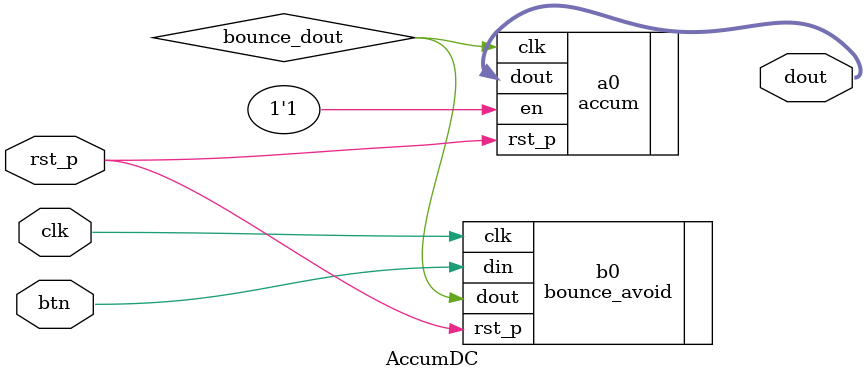
<source format=v>
module AccumDC(btn, clk, rst_p, dout);
parameter width  = 8;
input btn, clk, rst_p;
output [width-1:0]dout;
wire bounce_dout;

bounce_avoid b0(.din(btn),.clk(clk),.rst_p(rst_p),.dout(bounce_dout));
accum a0(.clk(bounce_dout),.rst_p(rst_p),.en(1'b1),.dout(dout));

endmodule


</source>
